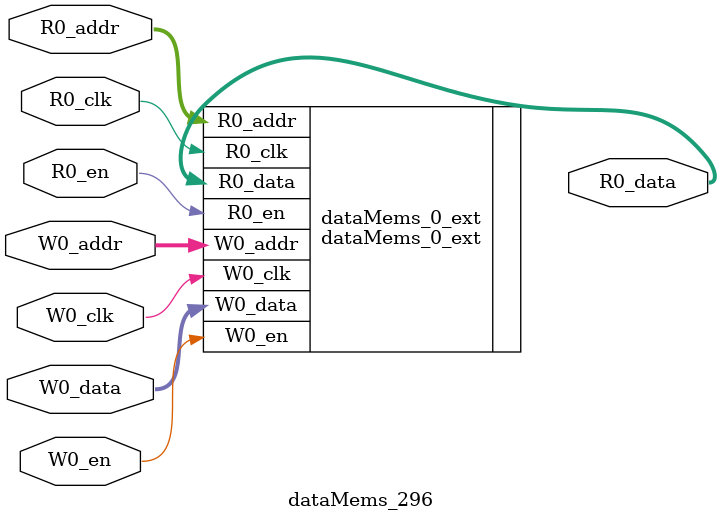
<source format=sv>
`ifndef RANDOMIZE
  `ifdef RANDOMIZE_REG_INIT
    `define RANDOMIZE
  `endif // RANDOMIZE_REG_INIT
`endif // not def RANDOMIZE
`ifndef RANDOMIZE
  `ifdef RANDOMIZE_MEM_INIT
    `define RANDOMIZE
  `endif // RANDOMIZE_MEM_INIT
`endif // not def RANDOMIZE

`ifndef RANDOM
  `define RANDOM $random
`endif // not def RANDOM

// Users can define 'PRINTF_COND' to add an extra gate to prints.
`ifndef PRINTF_COND_
  `ifdef PRINTF_COND
    `define PRINTF_COND_ (`PRINTF_COND)
  `else  // PRINTF_COND
    `define PRINTF_COND_ 1
  `endif // PRINTF_COND
`endif // not def PRINTF_COND_

// Users can define 'ASSERT_VERBOSE_COND' to add an extra gate to assert error printing.
`ifndef ASSERT_VERBOSE_COND_
  `ifdef ASSERT_VERBOSE_COND
    `define ASSERT_VERBOSE_COND_ (`ASSERT_VERBOSE_COND)
  `else  // ASSERT_VERBOSE_COND
    `define ASSERT_VERBOSE_COND_ 1
  `endif // ASSERT_VERBOSE_COND
`endif // not def ASSERT_VERBOSE_COND_

// Users can define 'STOP_COND' to add an extra gate to stop conditions.
`ifndef STOP_COND_
  `ifdef STOP_COND
    `define STOP_COND_ (`STOP_COND)
  `else  // STOP_COND
    `define STOP_COND_ 1
  `endif // STOP_COND
`endif // not def STOP_COND_

// Users can define INIT_RANDOM as general code that gets injected into the
// initializer block for modules with registers.
`ifndef INIT_RANDOM
  `define INIT_RANDOM
`endif // not def INIT_RANDOM

// If using random initialization, you can also define RANDOMIZE_DELAY to
// customize the delay used, otherwise 0.002 is used.
`ifndef RANDOMIZE_DELAY
  `define RANDOMIZE_DELAY 0.002
`endif // not def RANDOMIZE_DELAY

// Define INIT_RANDOM_PROLOG_ for use in our modules below.
`ifndef INIT_RANDOM_PROLOG_
  `ifdef RANDOMIZE
    `ifdef VERILATOR
      `define INIT_RANDOM_PROLOG_ `INIT_RANDOM
    `else  // VERILATOR
      `define INIT_RANDOM_PROLOG_ `INIT_RANDOM #`RANDOMIZE_DELAY begin end
    `endif // VERILATOR
  `else  // RANDOMIZE
    `define INIT_RANDOM_PROLOG_
  `endif // RANDOMIZE
`endif // not def INIT_RANDOM_PROLOG_

// Include register initializers in init blocks unless synthesis is set
`ifndef SYNTHESIS
  `ifndef ENABLE_INITIAL_REG_
    `define ENABLE_INITIAL_REG_
  `endif // not def ENABLE_INITIAL_REG_
`endif // not def SYNTHESIS

// Include rmemory initializers in init blocks unless synthesis is set
`ifndef SYNTHESIS
  `ifndef ENABLE_INITIAL_MEM_
    `define ENABLE_INITIAL_MEM_
  `endif // not def ENABLE_INITIAL_MEM_
`endif // not def SYNTHESIS

module dataMems_296(	// @[generators/ara/src/main/scala/UnsafeAXI4ToTL.scala:365:62]
  input  [4:0]  R0_addr,
  input         R0_en,
  input         R0_clk,
  output [66:0] R0_data,
  input  [4:0]  W0_addr,
  input         W0_en,
  input         W0_clk,
  input  [66:0] W0_data
);

  dataMems_0_ext dataMems_0_ext (	// @[generators/ara/src/main/scala/UnsafeAXI4ToTL.scala:365:62]
    .R0_addr (R0_addr),
    .R0_en   (R0_en),
    .R0_clk  (R0_clk),
    .R0_data (R0_data),
    .W0_addr (W0_addr),
    .W0_en   (W0_en),
    .W0_clk  (W0_clk),
    .W0_data (W0_data)
  );
endmodule


</source>
